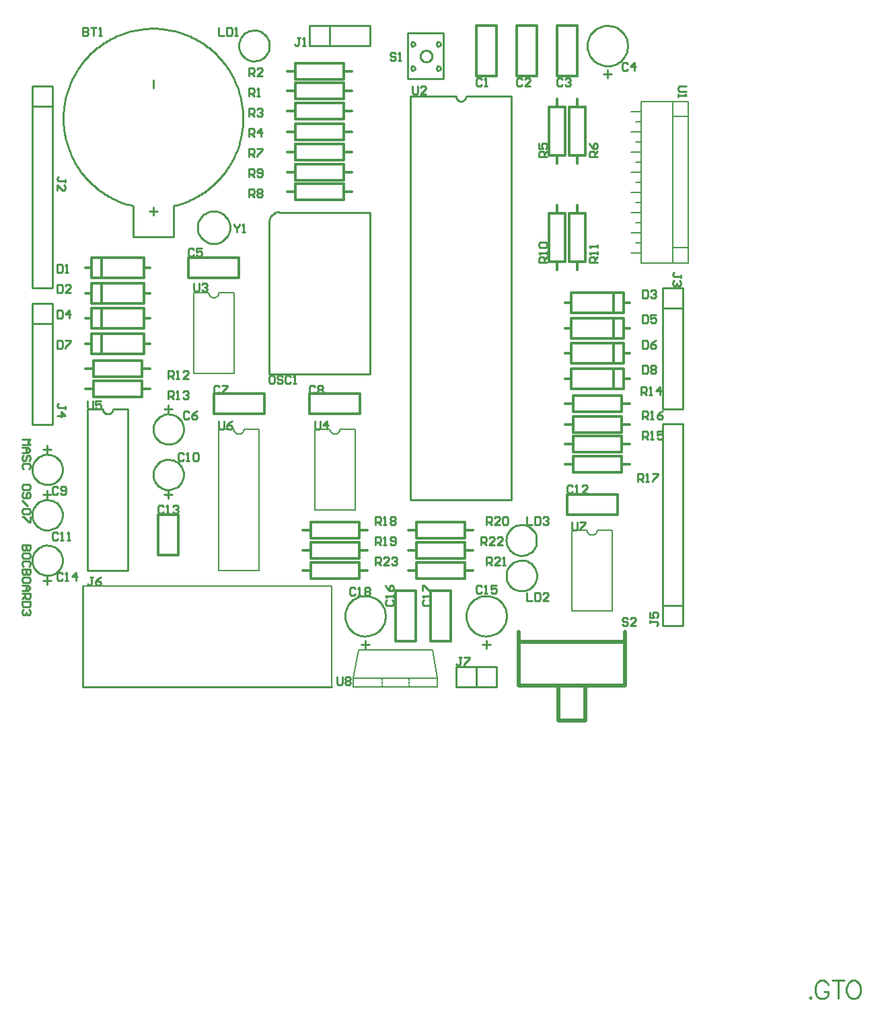
<source format=gto>
%FSLAX43Y43*%
%MOMM*%
G71*
G01*
G75*
%ADD10C,0.254*%
%ADD11C,0.203*%
%ADD12C,0.305*%
%ADD13C,0.508*%
%ADD14C,0.762*%
%ADD15C,0.381*%
%ADD16C,1.016*%
%ADD17C,0.229*%
%ADD18C,1.270*%
%ADD19R,1.270X1.270*%
%ADD20C,1.575*%
%ADD21C,1.905*%
%ADD22C,1.778*%
%ADD23P,1.575X8X0*%
%ADD24C,3.556*%
%ADD25R,1.575X1.575*%
%ADD26C,3.810*%
%ADD27C,0.200*%
D10*
X202736Y236661D02*
X202982Y236721D01*
X203227Y236786D01*
X203471Y236856D01*
X203713Y236932D01*
X203953Y237014D01*
X204191Y237101D01*
X204427Y237193D01*
X204661Y237290D01*
X204893Y237393D01*
X205122Y237500D01*
X205349Y237613D01*
X205574Y237731D01*
X205796Y237854D01*
X206014Y237982D01*
X206230Y238115D01*
X206443Y238252D01*
X206653Y238395D01*
X206860Y238542D01*
X207063Y238693D01*
X207263Y238849D01*
X207459Y239010D01*
X207651Y239175D01*
X207840Y239344D01*
X208025Y239517D01*
X208206Y239695D01*
X208383Y239876D01*
X208556Y240062D01*
X208725Y240251D01*
X208889Y240444D01*
X209049Y240641D01*
X209205Y240841D01*
X209356Y241044D01*
X209502Y241251D01*
X209644Y241461D01*
X209781Y241675D01*
X209913Y241891D01*
X210041Y242110D01*
X210163Y242332D01*
X210281Y242557D01*
X210393Y242784D01*
X210500Y243014D01*
X210602Y243246D01*
X210699Y243480D01*
X210790Y243717D01*
X210876Y243955D01*
X210957Y244196D01*
X211033Y244438D01*
X211103Y244681D01*
X211167Y244926D01*
X211226Y245173D01*
X211279Y245421D01*
X211327Y245670D01*
X211369Y245920D01*
X211406Y246171D01*
X211437Y246422D01*
X211462Y246675D01*
X211482Y246927D01*
X211496Y247180D01*
X211504Y247434D01*
X211507Y247687D01*
X211504Y247941D01*
X211495Y248194D01*
X211481Y248447D01*
X211461Y248700D01*
X211435Y248952D01*
X211403Y249204D01*
X211366Y249455D01*
X211324Y249704D01*
X211275Y249953D01*
X211222Y250201D01*
X211162Y250448D01*
X211097Y250693D01*
X211027Y250936D01*
X210951Y251178D01*
X210870Y251418D01*
X210783Y251657D01*
X210692Y251893D01*
X210594Y252127D01*
X210492Y252359D01*
X210384Y252588D01*
X210272Y252816D01*
X210154Y253040D01*
X210031Y253262D01*
X209904Y253481D01*
X209771Y253697D01*
X209634Y253910D01*
X209491Y254120D01*
X209345Y254327D01*
X209193Y254530D01*
X209037Y254730D01*
X208877Y254926D01*
X208712Y255119D01*
X208543Y255308D01*
X208370Y255493D01*
X208193Y255674D01*
X208011Y255851D01*
X207826Y256024D01*
X207637Y256193D01*
X207444Y256358D01*
X207248Y256518D01*
X207048Y256674D01*
X206844Y256825D01*
X206637Y256972D01*
X206427Y257113D01*
X206214Y257251D01*
X205998Y257383D01*
X205779Y257511D01*
X205557Y257633D01*
X205332Y257751D01*
X205105Y257863D01*
X204875Y257971D01*
X204643Y258073D01*
X204409Y258170D01*
X204173Y258261D01*
X203934Y258348D01*
X203694Y258429D01*
X203452Y258504D01*
X203209Y258574D01*
X202963Y258639D01*
X202717Y258698D01*
X202469Y258752D01*
X202220Y258800D01*
X201970Y258842D01*
X201719Y258879D01*
X201468Y258910D01*
X201216Y258936D01*
X200963Y258956D01*
X200710Y258970D01*
X200456Y258978D01*
X200203Y258981D01*
X199950Y258978D01*
X199696Y258970D01*
X199443Y258956D01*
X199191Y258936D01*
X198939Y258910D01*
X198687Y258879D01*
X198436Y258842D01*
X198186Y258800D01*
X197938Y258752D01*
X197690Y258698D01*
X197443Y258639D01*
X197198Y258575D01*
X196955Y258505D01*
X196713Y258429D01*
X196473Y258348D01*
X196234Y258262D01*
X195998Y258170D01*
X195764Y258073D01*
X195532Y257971D01*
X195302Y257864D01*
X195075Y257751D01*
X194851Y257634D01*
X194629Y257511D01*
X194410Y257384D01*
X194194Y257252D01*
X193981Y257114D01*
X193771Y256973D01*
X193564Y256826D01*
X193360Y256675D01*
X193160Y256519D01*
X192964Y256359D01*
X192771Y256195D01*
X192582Y256026D01*
X192397Y255853D01*
X192215Y255676D01*
X192038Y255495D01*
X191865Y255310D01*
X191696Y255121D01*
X191531Y254928D01*
X191371Y254732D01*
X191215Y254532D01*
X191063Y254329D01*
X190917Y254122D01*
X190774Y253912D01*
X190637Y253700D01*
X190504Y253484D01*
X190377Y253265D01*
X190254Y253043D01*
X190136Y252819D01*
X190023Y252592D01*
X189916Y252362D01*
X189813Y252130D01*
X189716Y251896D01*
X189624Y251660D01*
X189538Y251422D01*
X189456Y251182D01*
X189380Y250940D01*
X189310Y250697D01*
X189245Y250452D01*
X189186Y250205D01*
X189132Y249958D01*
X189083Y249709D01*
X189041Y249459D01*
X189004Y249208D01*
X188972Y248957D01*
X188946Y248705D01*
X188926Y248452D01*
X188911Y248199D01*
X188903Y247946D01*
X188899Y247692D01*
X188902Y247439D01*
X188910Y247186D01*
X188924Y246932D01*
X188944Y246680D01*
X188969Y246428D01*
X189000Y246176D01*
X189036Y245925D01*
X189078Y245675D01*
X189126Y245426D01*
X189179Y245179D01*
X189238Y244932D01*
X189302Y244687D01*
X189372Y244443D01*
X189447Y244201D01*
X189528Y243961D01*
X189614Y243723D01*
X189705Y243486D01*
X189802Y243252D01*
X189904Y243020D01*
X190011Y242790D01*
X190123Y242563D01*
X190240Y242338D01*
X190362Y242116D01*
X190489Y241897D01*
X190621Y241681D01*
X190758Y241467D01*
X190900Y241257D01*
X191046Y241050D01*
X191197Y240846D01*
X191353Y240646D01*
X191512Y240450D01*
X191677Y240257D01*
X191845Y240067D01*
X192018Y239882D01*
X192195Y239700D01*
X192376Y239523D01*
X192560Y239349D01*
X192749Y239180D01*
X192941Y239015D01*
X193137Y238854D01*
X193337Y238698D01*
X193540Y238547D01*
X193746Y238399D01*
X193956Y238257D01*
X194169Y238119D01*
X194385Y237986D01*
X194603Y237858D01*
X194825Y237735D01*
X195049Y237617D01*
X195276Y237504D01*
X195505Y237396D01*
X195737Y237294D01*
X195971Y237196D01*
X196207Y237104D01*
X196445Y237017D01*
X196685Y236935D01*
X196927Y236859D01*
X197170Y236788D01*
X197415Y236723D01*
X197661Y236663D01*
X236380Y257020D02*
X236273Y257242D01*
X236033Y257297D01*
X235840Y257143D01*
Y256897D01*
X236033Y256743D01*
X236273Y256798D01*
X236380Y257020D01*
Y253972D02*
X236273Y254194D01*
X236033Y254249D01*
X235840Y254095D01*
Y253849D01*
X236033Y253695D01*
X236273Y253750D01*
X236380Y253972D01*
X233205Y257020D02*
X233098Y257242D01*
X232858Y257297D01*
X232665Y257143D01*
Y256897D01*
X232858Y256743D01*
X233098Y256798D01*
X233205Y257020D01*
Y253972D02*
X233098Y254194D01*
X232858Y254249D01*
X232665Y254095D01*
Y253849D01*
X232858Y253695D01*
X233098Y253750D01*
X233205Y253972D01*
X235312Y255496D02*
X235268Y255749D01*
X235139Y255972D01*
X234942Y256138D01*
X234700Y256226D01*
X234443D01*
X234202Y256138D01*
X234005Y255972D01*
X233876Y255749D01*
X233831Y255496D01*
X233876Y255243D01*
X234005Y255020D01*
X234202Y254855D01*
X234443Y254767D01*
X234700D01*
X234942Y254855D01*
X235139Y255020D01*
X235268Y255243D01*
X235312Y255496D01*
X216101Y235902D02*
X215844Y235876D01*
X215596Y235801D01*
X215368Y235679D01*
X215167Y235515D01*
X215003Y235315D01*
X214881Y235086D01*
X214806Y234839D01*
X214781Y234581D01*
X193873Y211105D02*
X193921Y210862D01*
X194059Y210656D01*
X194265Y210519D01*
X194508Y210470D01*
X194751Y210519D01*
X194957Y210656D01*
X195094Y210862D01*
X195143Y211105D01*
X238326Y250456D02*
X238375Y250213D01*
X238512Y250007D01*
X238718Y249869D01*
X238961Y249821D01*
X239204Y249869D01*
X239410Y250007D01*
X239548Y250213D01*
X239596Y250456D01*
X188785Y192044D02*
X188768Y192298D01*
X188717Y192547D01*
X188634Y192788D01*
X188519Y193015D01*
X188375Y193224D01*
X188204Y193413D01*
X188010Y193577D01*
X187795Y193714D01*
X187564Y193822D01*
X187321Y193897D01*
X187070Y193939D01*
X186816Y193948D01*
X186563Y193922D01*
X186315Y193863D01*
X186078Y193772D01*
X185855Y193650D01*
X185650Y193499D01*
X185467Y193322D01*
X185309Y193122D01*
X185180Y192903D01*
X185080Y192669D01*
X185013Y192423D01*
X184979Y192171D01*
Y191917D01*
X185013Y191664D01*
X185080Y191419D01*
X185180Y191185D01*
X185309Y190966D01*
X185467Y190766D01*
X185650Y190589D01*
X185855Y190438D01*
X186078Y190316D01*
X186315Y190224D01*
X186563Y190165D01*
X186816Y190140D01*
X187070Y190148D01*
X187321Y190191D01*
X187564Y190266D01*
X187795Y190373D01*
X188010Y190510D01*
X188204Y190674D01*
X188375Y190863D01*
X188519Y191073D01*
X188634Y191300D01*
X188717Y191541D01*
X188768Y191790D01*
X188785Y192044D01*
X204025Y202839D02*
X204008Y203093D01*
X203957Y203342D01*
X203874Y203583D01*
X203759Y203810D01*
X203615Y204019D01*
X203444Y204208D01*
X203250Y204372D01*
X203035Y204509D01*
X202804Y204617D01*
X202561Y204692D01*
X202310Y204734D01*
X202056Y204743D01*
X201803Y204717D01*
X201555Y204658D01*
X201318Y204567D01*
X201095Y204445D01*
X200890Y204294D01*
X200707Y204117D01*
X200549Y203917D01*
X200420Y203698D01*
X200320Y203464D01*
X200253Y203218D01*
X200219Y202966D01*
Y202712D01*
X200253Y202459D01*
X200320Y202214D01*
X200420Y201980D01*
X200549Y201761D01*
X200707Y201561D01*
X200890Y201384D01*
X201095Y201233D01*
X201318Y201111D01*
X201555Y201019D01*
X201803Y200960D01*
X202056Y200935D01*
X202310Y200943D01*
X202561Y200986D01*
X202804Y201061D01*
X203035Y201168D01*
X203250Y201305D01*
X203444Y201469D01*
X203615Y201658D01*
X203759Y201868D01*
X203874Y202095D01*
X203957Y202336D01*
X204008Y202585D01*
X204025Y202839D01*
X188785Y197759D02*
X188768Y198013D01*
X188717Y198262D01*
X188634Y198503D01*
X188519Y198730D01*
X188375Y198939D01*
X188204Y199128D01*
X188010Y199292D01*
X187795Y199429D01*
X187564Y199537D01*
X187321Y199612D01*
X187070Y199654D01*
X186816Y199663D01*
X186563Y199637D01*
X186315Y199578D01*
X186078Y199487D01*
X185855Y199365D01*
X185650Y199214D01*
X185467Y199037D01*
X185309Y198837D01*
X185180Y198618D01*
X185080Y198384D01*
X185013Y198138D01*
X184979Y197886D01*
Y197632D01*
X185013Y197379D01*
X185080Y197134D01*
X185180Y196900D01*
X185309Y196681D01*
X185467Y196481D01*
X185650Y196304D01*
X185855Y196153D01*
X186078Y196031D01*
X186315Y195939D01*
X186563Y195880D01*
X186816Y195855D01*
X187070Y195863D01*
X187321Y195906D01*
X187564Y195981D01*
X187795Y196088D01*
X188010Y196225D01*
X188204Y196389D01*
X188375Y196578D01*
X188519Y196788D01*
X188634Y197015D01*
X188717Y197256D01*
X188768Y197505D01*
X188785Y197759D01*
X204025Y208554D02*
X204008Y208808D01*
X203957Y209057D01*
X203874Y209298D01*
X203759Y209525D01*
X203615Y209734D01*
X203444Y209923D01*
X203250Y210087D01*
X203035Y210224D01*
X202804Y210332D01*
X202561Y210407D01*
X202310Y210449D01*
X202056Y210458D01*
X201803Y210432D01*
X201555Y210373D01*
X201318Y210282D01*
X201095Y210160D01*
X200890Y210009D01*
X200707Y209832D01*
X200549Y209632D01*
X200420Y209413D01*
X200320Y209179D01*
X200253Y208933D01*
X200219Y208681D01*
Y208427D01*
X200253Y208174D01*
X200320Y207929D01*
X200420Y207695D01*
X200549Y207476D01*
X200707Y207276D01*
X200890Y207099D01*
X201095Y206948D01*
X201318Y206826D01*
X201555Y206734D01*
X201803Y206675D01*
X202056Y206650D01*
X202310Y206658D01*
X202561Y206701D01*
X202804Y206776D01*
X203035Y206883D01*
X203250Y207020D01*
X203444Y207184D01*
X203615Y207373D01*
X203759Y207583D01*
X203874Y207810D01*
X203957Y208051D01*
X204008Y208300D01*
X204025Y208554D01*
X188785Y203474D02*
X188768Y203728D01*
X188717Y203977D01*
X188634Y204218D01*
X188519Y204445D01*
X188375Y204654D01*
X188204Y204843D01*
X188010Y205007D01*
X187795Y205144D01*
X187564Y205252D01*
X187321Y205327D01*
X187070Y205369D01*
X186816Y205378D01*
X186563Y205352D01*
X186315Y205293D01*
X186078Y205202D01*
X185855Y205080D01*
X185650Y204929D01*
X185467Y204752D01*
X185309Y204552D01*
X185180Y204333D01*
X185080Y204099D01*
X185013Y203853D01*
X184979Y203601D01*
Y203347D01*
X185013Y203094D01*
X185080Y202849D01*
X185180Y202615D01*
X185309Y202396D01*
X185467Y202196D01*
X185650Y202019D01*
X185855Y201868D01*
X186078Y201746D01*
X186315Y201654D01*
X186563Y201595D01*
X186816Y201570D01*
X187070Y201578D01*
X187321Y201621D01*
X187564Y201696D01*
X187795Y201803D01*
X188010Y201940D01*
X188204Y202104D01*
X188375Y202293D01*
X188519Y202503D01*
X188634Y202730D01*
X188717Y202971D01*
X188768Y203220D01*
X188785Y203474D01*
X259916Y256806D02*
X259904Y257059D01*
X259866Y257309D01*
X259804Y257555D01*
X259717Y257793D01*
X259607Y258021D01*
X259475Y258237D01*
X259322Y258439D01*
X259150Y258624D01*
X258960Y258792D01*
X258754Y258940D01*
X258535Y259066D01*
X258304Y259170D01*
X258064Y259251D01*
X257817Y259307D01*
X257566Y259339D01*
X257313Y259345D01*
X257061Y259326D01*
X256811Y259282D01*
X256567Y259214D01*
X256332Y259121D01*
X256106Y259006D01*
X255894Y258868D01*
X255696Y258710D01*
X255514Y258534D01*
X255352Y258340D01*
X255209Y258130D01*
X255088Y257908D01*
X254990Y257675D01*
X254915Y257433D01*
X254865Y257185D01*
X254840Y256933D01*
Y256679D01*
X254865Y256427D01*
X254915Y256179D01*
X254990Y255937D01*
X255088Y255704D01*
X255209Y255482D01*
X255352Y255272D01*
X255514Y255078D01*
X255696Y254902D01*
X255894Y254744D01*
X256106Y254606D01*
X256332Y254491D01*
X256567Y254398D01*
X256811Y254330D01*
X257061Y254286D01*
X257313Y254267D01*
X257566Y254273D01*
X257817Y254305D01*
X258064Y254361D01*
X258304Y254442D01*
X258535Y254546D01*
X258754Y254672D01*
X258960Y254820D01*
X259150Y254988D01*
X259322Y255173D01*
X259475Y255375D01*
X259607Y255591D01*
X259717Y255819D01*
X259804Y256057D01*
X259866Y256303D01*
X259904Y256553D01*
X259916Y256806D01*
X229436Y185051D02*
X229424Y185304D01*
X229386Y185554D01*
X229324Y185800D01*
X229237Y186038D01*
X229127Y186266D01*
X228995Y186482D01*
X228842Y186684D01*
X228670Y186869D01*
X228480Y187037D01*
X228274Y187185D01*
X228055Y187311D01*
X227824Y187415D01*
X227584Y187496D01*
X227337Y187552D01*
X227086Y187584D01*
X226833Y187590D01*
X226581Y187571D01*
X226331Y187527D01*
X226087Y187459D01*
X225852Y187366D01*
X225626Y187251D01*
X225414Y187113D01*
X225216Y186955D01*
X225034Y186779D01*
X224872Y186585D01*
X224729Y186375D01*
X224608Y186153D01*
X224510Y185920D01*
X224435Y185678D01*
X224385Y185430D01*
X224360Y185178D01*
Y184924D01*
X224385Y184672D01*
X224435Y184424D01*
X224510Y184182D01*
X224608Y183949D01*
X224729Y183727D01*
X224872Y183517D01*
X225034Y183323D01*
X225216Y183147D01*
X225414Y182989D01*
X225626Y182851D01*
X225852Y182736D01*
X226087Y182643D01*
X226331Y182575D01*
X226581Y182531D01*
X226833Y182512D01*
X227086Y182518D01*
X227337Y182550D01*
X227584Y182606D01*
X227824Y182687D01*
X228055Y182791D01*
X228274Y182917D01*
X228480Y183065D01*
X228670Y183233D01*
X228842Y183418D01*
X228995Y183620D01*
X229127Y183836D01*
X229237Y184064D01*
X229324Y184302D01*
X229386Y184548D01*
X229424Y184798D01*
X229436Y185051D01*
X244676D02*
X244664Y185304D01*
X244626Y185554D01*
X244564Y185800D01*
X244477Y186038D01*
X244367Y186266D01*
X244235Y186482D01*
X244082Y186684D01*
X243910Y186869D01*
X243720Y187037D01*
X243514Y187185D01*
X243295Y187311D01*
X243064Y187415D01*
X242824Y187496D01*
X242577Y187552D01*
X242326Y187584D01*
X242073Y187590D01*
X241821Y187571D01*
X241571Y187527D01*
X241327Y187459D01*
X241092Y187366D01*
X240866Y187251D01*
X240654Y187113D01*
X240456Y186955D01*
X240274Y186779D01*
X240112Y186585D01*
X239969Y186375D01*
X239848Y186153D01*
X239750Y185920D01*
X239675Y185678D01*
X239625Y185430D01*
X239600Y185178D01*
Y184924D01*
X239625Y184672D01*
X239675Y184424D01*
X239750Y184182D01*
X239848Y183949D01*
X239969Y183727D01*
X240112Y183517D01*
X240274Y183323D01*
X240456Y183147D01*
X240654Y182989D01*
X240866Y182851D01*
X241092Y182736D01*
X241327Y182643D01*
X241571Y182575D01*
X241821Y182531D01*
X242073Y182512D01*
X242326Y182518D01*
X242577Y182550D01*
X242824Y182606D01*
X243064Y182687D01*
X243295Y182791D01*
X243514Y182917D01*
X243720Y183065D01*
X243910Y183233D01*
X244082Y183418D01*
X244235Y183620D01*
X244367Y183836D01*
X244477Y184064D01*
X244564Y184302D01*
X244626Y184548D01*
X244664Y184798D01*
X244676Y185051D01*
X209867Y233954D02*
X209851Y234208D01*
X209803Y234459D01*
X209724Y234702D01*
X209615Y234933D01*
X209479Y235148D01*
X209316Y235345D01*
X209130Y235520D01*
X208924Y235669D01*
X208700Y235792D01*
X208463Y235886D01*
X208216Y235950D01*
X207962Y235982D01*
X207707D01*
X207454Y235950D01*
X207207Y235886D01*
X206970Y235792D01*
X206746Y235669D01*
X206540Y235520D01*
X206354Y235345D01*
X206191Y235148D01*
X206054Y234933D01*
X205945Y234702D01*
X205867Y234459D01*
X205819Y234208D01*
X205803Y233954D01*
X205819Y233699D01*
X205867Y233448D01*
X205945Y233206D01*
X206054Y232975D01*
X206191Y232759D01*
X206354Y232563D01*
X206540Y232388D01*
X206746Y232238D01*
X206970Y232115D01*
X207207Y232021D01*
X207454Y231958D01*
X207707Y231926D01*
X207962D01*
X208216Y231958D01*
X208463Y232021D01*
X208700Y232115D01*
X208924Y232238D01*
X209130Y232388D01*
X209316Y232563D01*
X209479Y232759D01*
X209615Y232975D01*
X209724Y233206D01*
X209803Y233448D01*
X209851Y233699D01*
X209867Y233954D01*
X214758Y257437D02*
X214659Y257677D01*
X214530Y257902D01*
X214371Y258108D01*
X214186Y258290D01*
X213979Y258446D01*
X213752Y258573D01*
X213511Y258668D01*
X213259Y258730D01*
X213001Y258758D01*
X212742Y258751D01*
X212485Y258710D01*
X212237Y258634D01*
X212001Y258526D01*
X211782Y258388D01*
X211583Y258221D01*
X211408Y258029D01*
X211261Y257815D01*
X211143Y257584D01*
X211057Y257339D01*
X211006Y257084D01*
X210988Y256825D01*
X211005Y256571D01*
X211055Y256320D01*
X211138Y256079D01*
X211252Y255850D01*
X211395Y255639D01*
X211565Y255448D01*
X211758Y255281D01*
X211972Y255141D01*
X212202Y255030D01*
X212445Y254951D01*
X212696Y254904D01*
X212951Y254891D01*
X213205Y254912D01*
X213455Y254966D01*
X213695Y255052D01*
X213922Y255169D01*
X214132Y255315D01*
X214320Y255488D01*
X214484Y255684D01*
X214621Y255899D01*
X214728Y256131D01*
X244643Y194595D02*
X244660Y194341D01*
X244710Y194090D01*
X244793Y193849D01*
X244907Y193620D01*
X245050Y193409D01*
X245220Y193218D01*
X245413Y193051D01*
X245627Y192911D01*
X245857Y192800D01*
X246100Y192721D01*
X246351Y192674D01*
X246606Y192661D01*
X246860Y192682D01*
X247110Y192736D01*
X247350Y192822D01*
X247577Y192939D01*
X247787Y193085D01*
X247975Y193258D01*
X248139Y193454D01*
X248276Y193669D01*
X248383Y193901D01*
X248413Y195207D02*
X248314Y195447D01*
X248185Y195672D01*
X248026Y195878D01*
X247841Y196060D01*
X247634Y196216D01*
X247407Y196343D01*
X247166Y196438D01*
X246914Y196500D01*
X246656Y196528D01*
X246396Y196521D01*
X246140Y196480D01*
X245892Y196404D01*
X245656Y196296D01*
X245437Y196158D01*
X245238Y195991D01*
X245063Y195799D01*
X244916Y195585D01*
X244798Y195354D01*
X244712Y195109D01*
X244661Y194854D01*
X244643Y194595D01*
X244727Y189516D02*
X244825Y189275D01*
X244955Y189050D01*
X245114Y188845D01*
X245298Y188663D01*
X245506Y188507D01*
X245732Y188380D01*
X245974Y188284D01*
X246226Y188222D01*
X246484Y188194D01*
X246743Y188201D01*
X246999Y188243D01*
X247248Y188318D01*
X247484Y188426D01*
X247703Y188565D01*
X247902Y188732D01*
X248077Y188924D01*
X248224Y189137D01*
X248342Y189369D01*
X248427Y189614D01*
X248479Y189868D01*
X248496Y190127D01*
X248480Y190382D01*
X248429Y190632D01*
X248346Y190874D01*
X248232Y191103D01*
X248089Y191314D01*
X247920Y191505D01*
X247726Y191672D01*
X247513Y191812D01*
X247283Y191922D01*
X247040Y192002D01*
X246789Y192048D01*
X246534Y192061D01*
X246279Y192041D01*
X246030Y191987D01*
X245789Y191901D01*
X245562Y191783D01*
X245353Y191637D01*
X245165Y191465D01*
X245001Y191269D01*
X244864Y191053D01*
X244757Y190822D01*
X264361Y223786D02*
X266901D01*
X264361Y226326D02*
X266901D01*
Y211086D02*
Y226326D01*
X264361Y211086D02*
X266901D01*
X264361D02*
Y226326D01*
X184986Y209181D02*
Y224421D01*
Y209181D02*
X187526D01*
Y224421D01*
X184986D02*
X187526D01*
X184986Y221881D02*
X187526D01*
X197663Y232768D02*
X200203D01*
X202743D01*
X197661Y236663D02*
X197663Y232768D01*
X202736Y236661D02*
X202743Y232768D01*
X232263Y252647D02*
X236731D01*
X232263Y258417D02*
X236731D01*
X232263Y252647D02*
Y258417D01*
X236731Y252647D02*
Y258417D01*
X216101Y235851D02*
X227531D01*
X214831Y215531D02*
X227531D01*
X214831D02*
Y234581D01*
X227531Y215531D02*
Y235851D01*
X191968Y211105D02*
X193873D01*
X195143D02*
X197048D01*
Y190785D02*
Y211105D01*
X191968Y190785D02*
X197048D01*
X191968D02*
Y211105D01*
X232611Y250456D02*
X238326D01*
X239596D02*
X245311D01*
Y199656D02*
Y250456D01*
X232611Y199656D02*
X245311D01*
X232611D02*
Y250456D01*
X240847Y176157D02*
Y178697D01*
X243387Y176157D02*
Y178697D01*
X238307Y176157D02*
X243387D01*
X238307D02*
Y178697D01*
X243387D01*
X219908Y256825D02*
X227528D01*
Y259365D01*
X219908D02*
X227528D01*
X219908Y256825D02*
Y259365D01*
X222448Y256825D02*
Y259365D01*
X264338Y186337D02*
X266878D01*
X264338Y183797D02*
X266878D01*
X264338D02*
Y209197D01*
X266878D01*
Y183797D02*
Y209197D01*
X184986Y226326D02*
Y251726D01*
Y226326D02*
X187526D01*
Y251726D01*
X184986D02*
X187526D01*
X184986Y249186D02*
X187526D01*
X191317Y176157D02*
X222711D01*
X191317D02*
Y188857D01*
X186372Y189504D02*
X187388D01*
X186880Y188996D02*
Y190012D01*
X202120Y199791D02*
Y200807D01*
X201612Y200299D02*
X202628D01*
X186372D02*
X187388D01*
X186880Y199791D02*
Y200807D01*
X202120Y210586D02*
Y211602D01*
X201612Y211094D02*
X202628D01*
X186372Y206014D02*
X187388D01*
X186880Y205506D02*
Y206522D01*
X256868Y253250D02*
X257884D01*
X257376Y252742D02*
Y253758D01*
X226896Y180987D02*
Y182003D01*
X226388Y181495D02*
X227404D01*
X241628D02*
X242644D01*
X242136Y180987D02*
Y182003D01*
X214758Y256161D02*
Y257437D01*
X248413Y193931D02*
Y195207D01*
X244727Y189516D02*
Y190792D01*
X205337Y231156D02*
X205168Y231326D01*
X204829D01*
X204660Y231156D01*
Y230479D01*
X204829Y230310D01*
X205168D01*
X205337Y230479D01*
X206353Y231326D02*
X205675D01*
Y230818D01*
X206014Y230987D01*
X206183D01*
X206353Y230818D01*
Y230479D01*
X206183Y230310D01*
X205845D01*
X205675Y230479D01*
X210375Y234334D02*
Y234165D01*
X210713Y233827D01*
X211052Y234165D01*
Y234334D01*
X210713Y233827D02*
Y233319D01*
X211390D02*
X211729D01*
X211560D01*
Y234334D01*
X211390Y234165D01*
X261175Y201913D02*
Y202928D01*
X261683D01*
X261852Y202759D01*
Y202421D01*
X261683Y202251D01*
X261175D01*
X261513D02*
X261852Y201913D01*
X262190D02*
X262529D01*
X262360D01*
Y202928D01*
X262190Y202759D01*
X263037Y202928D02*
X263714D01*
Y202759D01*
X263037Y202082D01*
Y201913D01*
X212280Y253004D02*
Y254019D01*
X212788D01*
X212957Y253850D01*
Y253512D01*
X212788Y253342D01*
X212280D01*
X212618D02*
X212957Y253004D01*
X213973D02*
X213295D01*
X213973Y253681D01*
Y253850D01*
X213803Y254019D01*
X213465D01*
X213295Y253850D01*
X212280Y247924D02*
Y248939D01*
X212788D01*
X212957Y248770D01*
Y248432D01*
X212788Y248262D01*
X212280D01*
X212618D02*
X212957Y247924D01*
X213295Y248770D02*
X213465Y248939D01*
X213803D01*
X213973Y248770D01*
Y248601D01*
X213803Y248432D01*
X213634D01*
X213803D01*
X213973Y248262D01*
Y248093D01*
X213803Y247924D01*
X213465D01*
X213295Y248093D01*
X218672Y257829D02*
X218333D01*
X218503D01*
Y256983D01*
X218333Y256814D01*
X218164D01*
X217995Y256983D01*
X219010Y256814D02*
X219349D01*
X219180D01*
Y257829D01*
X219010Y257660D01*
X232854Y251733D02*
Y250887D01*
X233023Y250718D01*
X233362D01*
X233531Y250887D01*
Y251733D01*
X234547Y250718D02*
X233869D01*
X234547Y251395D01*
Y251564D01*
X234377Y251733D01*
X234039D01*
X233869Y251564D01*
X212280Y240304D02*
Y241319D01*
X212788D01*
X212957Y241150D01*
Y240812D01*
X212788Y240642D01*
X212280D01*
X212618D02*
X212957Y240304D01*
X213295Y240473D02*
X213465Y240304D01*
X213803D01*
X213973Y240473D01*
Y241150D01*
X213803Y241319D01*
X213465D01*
X213295Y241150D01*
Y240981D01*
X213465Y240812D01*
X213973D01*
X212280Y245384D02*
Y246399D01*
X212788D01*
X212957Y246230D01*
Y245892D01*
X212788Y245722D01*
X212280D01*
X212618D02*
X212957Y245384D01*
X213803D02*
Y246399D01*
X213295Y245892D01*
X213973D01*
X241532Y252580D02*
X241363Y252749D01*
X241024D01*
X240855Y252580D01*
Y251903D01*
X241024Y251734D01*
X241363D01*
X241532Y251903D01*
X241870Y251734D02*
X242209D01*
X242040D01*
Y252749D01*
X241870Y252580D01*
X261810Y209824D02*
Y210839D01*
X262318D01*
X262487Y210670D01*
Y210332D01*
X262318Y210162D01*
X261810D01*
X262148D02*
X262487Y209824D01*
X262825D02*
X263164D01*
X262995D01*
Y210839D01*
X262825Y210670D01*
X264349Y210839D02*
X264010Y210670D01*
X263672Y210332D01*
Y209993D01*
X263841Y209824D01*
X264180D01*
X264349Y209993D01*
Y210162D01*
X264180Y210332D01*
X263672D01*
X212280Y242844D02*
Y243859D01*
X212788D01*
X212957Y243690D01*
Y243352D01*
X212788Y243182D01*
X212280D01*
X212618D02*
X212957Y242844D01*
X213295Y243859D02*
X213973D01*
Y243690D01*
X213295Y243013D01*
Y242844D01*
X229637Y187006D02*
X229468Y186837D01*
Y186498D01*
X229637Y186329D01*
X230314D01*
X230484Y186498D01*
Y186837D01*
X230314Y187006D01*
X230484Y187344D02*
Y187683D01*
Y187514D01*
X229468D01*
X229637Y187344D01*
X229468Y188868D02*
X229637Y188529D01*
X229976Y188191D01*
X230314D01*
X230484Y188360D01*
Y188699D01*
X230314Y188868D01*
X230145D01*
X229976Y188699D01*
Y188191D01*
X249745Y242844D02*
X248729D01*
Y243352D01*
X248898Y243521D01*
X249237D01*
X249406Y243352D01*
Y242844D01*
Y243182D02*
X249745Y243521D01*
X248729Y244537D02*
Y243859D01*
X249237D01*
X249068Y244198D01*
Y244367D01*
X249237Y244537D01*
X249575D01*
X249745Y244367D01*
Y244029D01*
X249575Y243859D01*
X256095Y242844D02*
X255079D01*
Y243352D01*
X255248Y243521D01*
X255587D01*
X255756Y243352D01*
Y242844D01*
Y243182D02*
X256095Y243521D01*
X255079Y244537D02*
X255248Y244198D01*
X255587Y243859D01*
X255925D01*
X256095Y244029D01*
Y244367D01*
X255925Y244537D01*
X255756D01*
X255587Y244367D01*
Y243859D01*
X267270Y251734D02*
X266424D01*
X266255Y251565D01*
Y251226D01*
X266424Y251057D01*
X267270D01*
X266255Y250718D02*
Y250380D01*
Y250549D01*
X267270D01*
X267101Y250718D01*
X192637Y189884D02*
X192298D01*
X192468D01*
Y189038D01*
X192298Y188869D01*
X192129D01*
X191960Y189038D01*
X193653Y189884D02*
X193314Y189715D01*
X192975Y189377D01*
Y189038D01*
X193145Y188869D01*
X193483D01*
X193653Y189038D01*
Y189207D01*
X193483Y189377D01*
X192975D01*
X241532Y188713D02*
X241363Y188882D01*
X241024D01*
X240855Y188713D01*
Y188036D01*
X241024Y187867D01*
X241363D01*
X241532Y188036D01*
X241870Y187867D02*
X242209D01*
X242040D01*
Y188882D01*
X241870Y188713D01*
X243394Y188882D02*
X242717D01*
Y188374D01*
X243055Y188544D01*
X243225D01*
X243394Y188374D01*
Y188036D01*
X243225Y187867D01*
X242886D01*
X242717Y188036D01*
X234293Y187006D02*
X234124Y186837D01*
Y186498D01*
X234293Y186329D01*
X234970D01*
X235140Y186498D01*
Y186837D01*
X234970Y187006D01*
X235140Y187344D02*
Y187683D01*
Y187514D01*
X234124D01*
X234293Y187344D01*
X234124Y188191D02*
Y188868D01*
X234293D01*
X234970Y188191D01*
X235140D01*
X225657Y188445D02*
X225488Y188614D01*
X225149D01*
X224980Y188445D01*
Y187768D01*
X225149Y187599D01*
X225488D01*
X225657Y187768D01*
X225995Y187599D02*
X226334D01*
X226165D01*
Y188614D01*
X225995Y188445D01*
X226842D02*
X227011Y188614D01*
X227350D01*
X227519Y188445D01*
Y188276D01*
X227350Y188107D01*
X227519Y187937D01*
Y187768D01*
X227350Y187599D01*
X227011D01*
X226842Y187768D01*
Y187937D01*
X227011Y188107D01*
X226842Y188276D01*
Y188445D01*
X227011Y188107D02*
X227350D01*
X261599Y212859D02*
Y213875D01*
X262107D01*
X262276Y213706D01*
Y213367D01*
X262107Y213198D01*
X261599D01*
X261937D02*
X262276Y212859D01*
X262614D02*
X262953D01*
X262784D01*
Y213875D01*
X262614Y213706D01*
X263969Y212859D02*
Y213875D01*
X263461Y213367D01*
X264138D01*
X230737Y255755D02*
X230568Y255924D01*
X230229D01*
X230060Y255755D01*
Y255586D01*
X230229Y255417D01*
X230568D01*
X230737Y255247D01*
Y255078D01*
X230568Y254909D01*
X230229D01*
X230060Y255078D01*
X231075Y254909D02*
X231414D01*
X231245D01*
Y255924D01*
X231075Y255755D01*
X259947Y184635D02*
X259778Y184804D01*
X259439D01*
X259270Y184635D01*
Y184466D01*
X259439Y184297D01*
X259778D01*
X259947Y184127D01*
Y183958D01*
X259778Y183789D01*
X259439D01*
X259270Y183958D01*
X260963Y183789D02*
X260285D01*
X260963Y184466D01*
Y184635D01*
X260793Y184804D01*
X260455D01*
X260285Y184635D01*
X201527Y198848D02*
X201358Y199017D01*
X201019D01*
X200850Y198848D01*
Y198170D01*
X201019Y198001D01*
X201358D01*
X201527Y198170D01*
X201865Y198001D02*
X202204D01*
X202035D01*
Y199017D01*
X201865Y198848D01*
X202712D02*
X202881Y199017D01*
X203220D01*
X203389Y198848D01*
Y198678D01*
X203220Y198509D01*
X203050D01*
X203220D01*
X203389Y198340D01*
Y198170D01*
X203220Y198001D01*
X202881D01*
X202712Y198170D01*
X212280Y250464D02*
Y251479D01*
X212788D01*
X212957Y251310D01*
Y250972D01*
X212788Y250802D01*
X212280D01*
X212618D02*
X212957Y250464D01*
X213295D02*
X213634D01*
X213465D01*
Y251479D01*
X213295Y251310D01*
X246612Y252580D02*
X246443Y252749D01*
X246104D01*
X245935Y252580D01*
Y251903D01*
X246104Y251734D01*
X246443D01*
X246612Y251903D01*
X247628Y251734D02*
X246950D01*
X247628Y252411D01*
Y252580D01*
X247458Y252749D01*
X247120D01*
X246950Y252580D01*
X261810Y207284D02*
Y208299D01*
X262318D01*
X262487Y208130D01*
Y207792D01*
X262318Y207622D01*
X261810D01*
X262148D02*
X262487Y207284D01*
X262825D02*
X263164D01*
X262995D01*
Y208299D01*
X262825Y208130D01*
X264349Y208299D02*
X263672D01*
Y207792D01*
X264010Y207961D01*
X264180D01*
X264349Y207792D01*
Y207453D01*
X264180Y207284D01*
X263841D01*
X263672Y207453D01*
X188192Y201145D02*
X188023Y201314D01*
X187684D01*
X187515Y201145D01*
Y200468D01*
X187684Y200299D01*
X188023D01*
X188192Y200468D01*
X188530D02*
X188700Y200299D01*
X189038D01*
X189208Y200468D01*
Y201145D01*
X189038Y201314D01*
X188700D01*
X188530Y201145D01*
Y200976D01*
X188700Y200807D01*
X189208D01*
X202120Y214904D02*
Y215919D01*
X202628D01*
X202797Y215750D01*
Y215412D01*
X202628Y215242D01*
X202120D01*
X202458D02*
X202797Y214904D01*
X203135D02*
X203474D01*
X203305D01*
Y215919D01*
X203135Y215750D01*
X204659Y214904D02*
X203982D01*
X204659Y215581D01*
Y215750D01*
X204490Y215919D01*
X204151D01*
X203982Y215750D01*
X202120Y212364D02*
Y213379D01*
X202628D01*
X202797Y213210D01*
Y212872D01*
X202628Y212702D01*
X202120D01*
X202458D02*
X202797Y212364D01*
X203135D02*
X203474D01*
X203305D01*
Y213379D01*
X203135Y213210D01*
X203982D02*
X204151Y213379D01*
X204490D01*
X204659Y213210D01*
Y213041D01*
X204490Y212872D01*
X204320D01*
X204490D01*
X204659Y212702D01*
Y212533D01*
X204490Y212364D01*
X204151D01*
X203982Y212533D01*
X204702Y210670D02*
X204533Y210839D01*
X204194D01*
X204025Y210670D01*
Y209993D01*
X204194Y209824D01*
X204533D01*
X204702Y209993D01*
X205718Y210839D02*
X205379Y210670D01*
X205040Y210332D01*
Y209993D01*
X205210Y209824D01*
X205548D01*
X205718Y209993D01*
Y210162D01*
X205548Y210332D01*
X205040D01*
X188192Y195430D02*
X188023Y195599D01*
X187684D01*
X187515Y195430D01*
Y194753D01*
X187684Y194584D01*
X188023D01*
X188192Y194753D01*
X188530Y194584D02*
X188869D01*
X188700D01*
Y195599D01*
X188530Y195430D01*
X189377Y194584D02*
X189715D01*
X189546D01*
Y195599D01*
X189377Y195430D01*
X204067Y205426D02*
X203898Y205595D01*
X203559D01*
X203390Y205426D01*
Y204749D01*
X203559Y204580D01*
X203898D01*
X204067Y204749D01*
X204405Y204580D02*
X204744D01*
X204575D01*
Y205595D01*
X204405Y205426D01*
X205252D02*
X205421Y205595D01*
X205760D01*
X205929Y205426D01*
Y204749D01*
X205760Y204580D01*
X205421D01*
X205252Y204749D01*
Y205426D01*
X188827Y190350D02*
X188658Y190519D01*
X188319D01*
X188150Y190350D01*
Y189673D01*
X188319Y189504D01*
X188658D01*
X188827Y189673D01*
X189165Y189504D02*
X189504D01*
X189335D01*
Y190519D01*
X189165Y190350D01*
X190520Y189504D02*
Y190519D01*
X190012Y190012D01*
X190689D01*
X259947Y254485D02*
X259778Y254654D01*
X259439D01*
X259270Y254485D01*
Y253808D01*
X259439Y253639D01*
X259778D01*
X259947Y253808D01*
X260793Y253639D02*
Y254654D01*
X260285Y254147D01*
X260963D01*
X251692Y252580D02*
X251523Y252749D01*
X251184D01*
X251015Y252580D01*
Y251903D01*
X251184Y251734D01*
X251523D01*
X251692Y251903D01*
X252030Y252580D02*
X252200Y252749D01*
X252538D01*
X252708Y252580D01*
Y252411D01*
X252538Y252242D01*
X252369D01*
X252538D01*
X252708Y252072D01*
Y251903D01*
X252538Y251734D01*
X252200D01*
X252030Y251903D01*
X256095Y229509D02*
X255079D01*
Y230017D01*
X255248Y230186D01*
X255587D01*
X255756Y230017D01*
Y229509D01*
Y229847D02*
X256095Y230186D01*
Y230524D02*
Y230863D01*
Y230694D01*
X255079D01*
X255248Y230524D01*
X256095Y231371D02*
Y231709D01*
Y231540D01*
X255079D01*
X255248Y231371D01*
X249745Y229509D02*
X248729D01*
Y230017D01*
X248898Y230186D01*
X249237D01*
X249406Y230017D01*
Y229509D01*
Y229847D02*
X249745Y230186D01*
Y230524D02*
Y230863D01*
Y230694D01*
X248729D01*
X248898Y230524D01*
Y231371D02*
X248729Y231540D01*
Y231879D01*
X248898Y232048D01*
X249575D01*
X249745Y231879D01*
Y231540D01*
X249575Y231371D01*
X248898D01*
X191960Y212109D02*
Y211263D01*
X192129Y211094D01*
X192468D01*
X192637Y211263D01*
Y212109D01*
X193653D02*
X192975D01*
Y211602D01*
X193314Y211771D01*
X193483D01*
X193653Y211602D01*
Y211263D01*
X193483Y211094D01*
X193145D01*
X192975Y211263D01*
X191325Y259099D02*
Y258084D01*
X191833D01*
X192002Y258253D01*
Y258422D01*
X191833Y258592D01*
X191325D01*
X191833D01*
X192002Y258761D01*
Y258930D01*
X191833Y259099D01*
X191325D01*
X192340D02*
X193018D01*
X192679D01*
Y258084D01*
X193356D02*
X193695D01*
X193525D01*
Y259099D01*
X193356Y258930D01*
X208512Y213845D02*
X208343Y214014D01*
X208004D01*
X207835Y213845D01*
Y213168D01*
X208004Y212999D01*
X208343D01*
X208512Y213168D01*
X208850Y214014D02*
X209528D01*
Y213845D01*
X208850Y213168D01*
Y212999D01*
X252998Y201337D02*
X252829Y201506D01*
X252490D01*
X252321Y201337D01*
Y200660D01*
X252490Y200490D01*
X252829D01*
X252998Y200660D01*
X253337Y200490D02*
X253675D01*
X253506D01*
Y201506D01*
X253337Y201337D01*
X254860Y200490D02*
X254183D01*
X254860Y201168D01*
Y201337D01*
X254691Y201506D01*
X254352D01*
X254183Y201337D01*
X261810Y226079D02*
Y225064D01*
X262318D01*
X262487Y225233D01*
Y225910D01*
X262318Y226079D01*
X261810D01*
X262825Y225910D02*
X262995Y226079D01*
X263333D01*
X263503Y225910D01*
Y225741D01*
X263333Y225572D01*
X263164D01*
X263333D01*
X263503Y225402D01*
Y225233D01*
X263333Y225064D01*
X262995D01*
X262825Y225233D01*
X261810Y216554D02*
Y215539D01*
X262318D01*
X262487Y215708D01*
Y216385D01*
X262318Y216554D01*
X261810D01*
X262825Y216385D02*
X262995Y216554D01*
X263333D01*
X263503Y216385D01*
Y216216D01*
X263333Y216047D01*
X263503Y215877D01*
Y215708D01*
X263333Y215539D01*
X262995D01*
X262825Y215708D01*
Y215877D01*
X262995Y216047D01*
X262825Y216216D01*
Y216385D01*
X262995Y216047D02*
X263333D01*
X261810Y222904D02*
Y221889D01*
X262318D01*
X262487Y222058D01*
Y222735D01*
X262318Y222904D01*
X261810D01*
X263503D02*
X262825D01*
Y222397D01*
X263164Y222566D01*
X263333D01*
X263503Y222397D01*
Y222058D01*
X263333Y221889D01*
X262995D01*
X262825Y222058D01*
X188150Y229254D02*
Y228239D01*
X188658D01*
X188827Y228408D01*
Y229085D01*
X188658Y229254D01*
X188150D01*
X189165Y228239D02*
X189504D01*
X189335D01*
Y229254D01*
X189165Y229085D01*
X261810Y219729D02*
Y218714D01*
X262318D01*
X262487Y218883D01*
Y219560D01*
X262318Y219729D01*
X261810D01*
X263503D02*
X263164Y219560D01*
X262825Y219222D01*
Y218883D01*
X262995Y218714D01*
X263333D01*
X263503Y218883D01*
Y219052D01*
X263333Y219222D01*
X262825D01*
X188150Y223539D02*
Y222524D01*
X188658D01*
X188827Y222693D01*
Y223370D01*
X188658Y223539D01*
X188150D01*
X189673Y222524D02*
Y223539D01*
X189165Y223032D01*
X189843D01*
X188150Y226714D02*
Y225699D01*
X188658D01*
X188827Y225868D01*
Y226545D01*
X188658Y226714D01*
X188150D01*
X189843Y225699D02*
X189165D01*
X189843Y226376D01*
Y226545D01*
X189673Y226714D01*
X189335D01*
X189165Y226545D01*
X188150Y219729D02*
Y218714D01*
X188658D01*
X188827Y218883D01*
Y219560D01*
X188658Y219729D01*
X188150D01*
X189165D02*
X189843D01*
Y219560D01*
X189165Y218883D01*
Y218714D01*
X266635Y227562D02*
Y227900D01*
Y227731D01*
X265789D01*
X265620Y227900D01*
Y228070D01*
X265789Y228239D01*
X266466Y227223D02*
X266635Y227054D01*
Y226715D01*
X266466Y226546D01*
X266297D01*
X266128Y226715D01*
Y226885D01*
Y226715D01*
X265958Y226546D01*
X265789D01*
X265620Y226715D01*
Y227054D01*
X265789Y227223D01*
X189165Y211052D02*
Y211390D01*
Y211221D01*
X188319D01*
X188150Y211390D01*
Y211560D01*
X188319Y211729D01*
X188150Y210205D02*
X189165D01*
X188658Y210713D01*
Y210036D01*
X238992Y179814D02*
X238653D01*
X238823D01*
Y178968D01*
X238653Y178799D01*
X238484D01*
X238315Y178968D01*
X239330Y179814D02*
X240008D01*
Y179645D01*
X239330Y178968D01*
Y178799D01*
X189165Y239627D02*
Y239965D01*
Y239796D01*
X188319D01*
X188150Y239965D01*
Y240135D01*
X188319Y240304D01*
X188150Y238611D02*
Y239288D01*
X188827Y238611D01*
X188996D01*
X189165Y238780D01*
Y239119D01*
X188996Y239288D01*
X262699Y184466D02*
Y184127D01*
Y184297D01*
X263546D01*
X263715Y184127D01*
Y183958D01*
X263546Y183789D01*
X262699Y185482D02*
Y184804D01*
X263207D01*
X263038Y185143D01*
Y185312D01*
X263207Y185482D01*
X263546D01*
X263715Y185312D01*
Y184974D01*
X263546Y184804D01*
X215328Y215284D02*
X214989D01*
X214820Y215115D01*
Y214438D01*
X214989Y214269D01*
X215328D01*
X215497Y214438D01*
Y215115D01*
X215328Y215284D01*
X216513Y215115D02*
X216343Y215284D01*
X216005D01*
X215835Y215115D01*
Y214946D01*
X216005Y214777D01*
X216343D01*
X216513Y214607D01*
Y214438D01*
X216343Y214269D01*
X216005D01*
X215835Y214438D01*
X217528Y215115D02*
X217359Y215284D01*
X217020D01*
X216851Y215115D01*
Y214438D01*
X217020Y214269D01*
X217359D01*
X217528Y214438D01*
X217867Y214269D02*
X218205D01*
X218036D01*
Y215284D01*
X217867Y215115D01*
X212280Y237764D02*
Y238779D01*
X212788D01*
X212957Y238610D01*
Y238272D01*
X212788Y238102D01*
X212280D01*
X212618D02*
X212957Y237764D01*
X213295Y238610D02*
X213465Y238779D01*
X213803D01*
X213973Y238610D01*
Y238441D01*
X213803Y238272D01*
X213973Y238102D01*
Y237933D01*
X213803Y237764D01*
X213465D01*
X213295Y237933D01*
Y238102D01*
X213465Y238272D01*
X213295Y238441D01*
Y238610D01*
X213465Y238272D02*
X213803D01*
X223372Y177427D02*
Y176580D01*
X223541Y176411D01*
X223880D01*
X224049Y176580D01*
Y177427D01*
X224387Y177258D02*
X224557Y177427D01*
X224895D01*
X225065Y177258D01*
Y177088D01*
X224895Y176919D01*
X225065Y176750D01*
Y176580D01*
X224895Y176411D01*
X224557D01*
X224387Y176580D01*
Y176750D01*
X224557Y176919D01*
X224387Y177088D01*
Y177258D01*
X224557Y176919D02*
X224895D01*
X208470Y209569D02*
Y208723D01*
X208639Y208554D01*
X208978D01*
X209147Y208723D01*
Y209569D01*
X210163D02*
X209824Y209400D01*
X209485Y209062D01*
Y208723D01*
X209655Y208554D01*
X209993D01*
X210163Y208723D01*
Y208892D01*
X209993Y209062D01*
X209485D01*
X252920Y196869D02*
Y196023D01*
X253089Y195854D01*
X253428D01*
X253597Y196023D01*
Y196869D01*
X253935D02*
X254613D01*
Y196700D01*
X253935Y196023D01*
Y195854D01*
X205295Y226931D02*
Y226085D01*
X205464Y225916D01*
X205803D01*
X205972Y226085D01*
Y226931D01*
X206310Y226762D02*
X206480Y226931D01*
X206818D01*
X206988Y226762D01*
Y226593D01*
X206818Y226424D01*
X206649D01*
X206818D01*
X206988Y226254D01*
Y226085D01*
X206818Y225916D01*
X206480D01*
X206310Y226085D01*
X247205Y187979D02*
Y186964D01*
X247882D01*
X248220Y187979D02*
Y186964D01*
X248728D01*
X248898Y187133D01*
Y187810D01*
X248728Y187979D01*
X248220D01*
X249913Y186964D02*
X249236D01*
X249913Y187641D01*
Y187810D01*
X249744Y187979D01*
X249405D01*
X249236Y187810D01*
X247205Y197504D02*
Y196489D01*
X247882D01*
X248220Y197504D02*
Y196489D01*
X248728D01*
X248898Y196658D01*
Y197335D01*
X248728Y197504D01*
X248220D01*
X249236Y197335D02*
X249405Y197504D01*
X249744D01*
X249913Y197335D01*
Y197166D01*
X249744Y196997D01*
X249575D01*
X249744D01*
X249913Y196827D01*
Y196658D01*
X249744Y196489D01*
X249405D01*
X249236Y196658D01*
X208470Y259099D02*
Y258084D01*
X209147D01*
X209485Y259099D02*
Y258084D01*
X209993D01*
X210163Y258253D01*
Y258930D01*
X209993Y259099D01*
X209485D01*
X210501Y258084D02*
X210840D01*
X210670D01*
Y259099D01*
X210501Y258930D01*
X228155Y193949D02*
Y194964D01*
X228663D01*
X228832Y194795D01*
Y194457D01*
X228663Y194287D01*
X228155D01*
X228493D02*
X228832Y193949D01*
X229170D02*
X229509D01*
X229340D01*
Y194964D01*
X229170Y194795D01*
X230017Y194118D02*
X230186Y193949D01*
X230525D01*
X230694Y194118D01*
Y194795D01*
X230525Y194964D01*
X230186D01*
X230017Y194795D01*
Y194626D01*
X230186Y194457D01*
X230694D01*
X228155Y191409D02*
Y192424D01*
X228663D01*
X228832Y192255D01*
Y191917D01*
X228663Y191747D01*
X228155D01*
X228493D02*
X228832Y191409D01*
X229848D02*
X229170D01*
X229848Y192086D01*
Y192255D01*
X229678Y192424D01*
X229340D01*
X229170Y192255D01*
X230186D02*
X230355Y192424D01*
X230694D01*
X230863Y192255D01*
Y192086D01*
X230694Y191917D01*
X230525D01*
X230694D01*
X230863Y191747D01*
Y191578D01*
X230694Y191409D01*
X230355D01*
X230186Y191578D01*
X228155Y196489D02*
Y197504D01*
X228663D01*
X228832Y197335D01*
Y196997D01*
X228663Y196827D01*
X228155D01*
X228493D02*
X228832Y196489D01*
X229170D02*
X229509D01*
X229340D01*
Y197504D01*
X229170Y197335D01*
X230017D02*
X230186Y197504D01*
X230525D01*
X230694Y197335D01*
Y197166D01*
X230525Y196997D01*
X230694Y196827D01*
Y196658D01*
X230525Y196489D01*
X230186D01*
X230017Y196658D01*
Y196827D01*
X230186Y196997D01*
X230017Y197166D01*
Y197335D01*
X230186Y196997D02*
X230525D01*
X241490Y193949D02*
Y194964D01*
X241998D01*
X242167Y194795D01*
Y194457D01*
X241998Y194287D01*
X241490D01*
X241828D02*
X242167Y193949D01*
X243183D02*
X242505D01*
X243183Y194626D01*
Y194795D01*
X243013Y194964D01*
X242675D01*
X242505Y194795D01*
X244198Y193949D02*
X243521D01*
X244198Y194626D01*
Y194795D01*
X244029Y194964D01*
X243690D01*
X243521Y194795D01*
X242125Y191409D02*
Y192424D01*
X242633D01*
X242802Y192255D01*
Y191917D01*
X242633Y191747D01*
X242125D01*
X242463D02*
X242802Y191409D01*
X243818D02*
X243140D01*
X243818Y192086D01*
Y192255D01*
X243648Y192424D01*
X243310D01*
X243140Y192255D01*
X244156Y191409D02*
X244495D01*
X244325D01*
Y192424D01*
X244156Y192255D01*
X242125Y196489D02*
Y197504D01*
X242633D01*
X242802Y197335D01*
Y196997D01*
X242633Y196827D01*
X242125D01*
X242463D02*
X242802Y196489D01*
X243818D02*
X243140D01*
X243818Y197166D01*
Y197335D01*
X243648Y197504D01*
X243310D01*
X243140Y197335D01*
X244156D02*
X244325Y197504D01*
X244664D01*
X244833Y197335D01*
Y196658D01*
X244664Y196489D01*
X244325D01*
X244156Y196658D01*
Y197335D01*
X220535Y209569D02*
Y208723D01*
X220704Y208554D01*
X221043D01*
X221212Y208723D01*
Y209569D01*
X222058Y208554D02*
Y209569D01*
X221550Y209062D01*
X222228D01*
X220577Y213845D02*
X220408Y214014D01*
X220069D01*
X219900Y213845D01*
Y213168D01*
X220069Y212999D01*
X220408D01*
X220577Y213168D01*
X220915Y213845D02*
X221085Y214014D01*
X221423D01*
X221593Y213845D01*
Y213676D01*
X221423Y213507D01*
X221593Y213337D01*
Y213168D01*
X221423Y212999D01*
X221085D01*
X220915Y213168D01*
Y213337D01*
X221085Y213507D01*
X220915Y213676D01*
Y213845D01*
X221085Y213507D02*
X221423D01*
X184551Y201569D02*
X184720Y201400D01*
Y201061D01*
X184551Y200892D01*
X183874D01*
X183705Y201061D01*
Y201400D01*
X183874Y201569D01*
X184551D01*
X183874Y200553D02*
X183705Y200384D01*
Y200045D01*
X183874Y199876D01*
X184551D01*
X184720Y200045D01*
Y200384D01*
X184551Y200553D01*
X184382D01*
X184213Y200384D01*
Y199876D01*
X183705Y199537D02*
X184382Y198860D01*
X184551Y198522D02*
X184720Y198353D01*
Y198014D01*
X184551Y197845D01*
X183874D01*
X183705Y198014D01*
Y198353D01*
X183874Y198522D01*
X184551D01*
X184720Y197506D02*
Y196829D01*
X184551D01*
X183874Y197506D01*
X183705D01*
Y207284D02*
X184720D01*
X184382Y206945D01*
X184720Y206607D01*
X183705D01*
Y206268D02*
X184382D01*
X184720Y205930D01*
X184382Y205591D01*
X183705D01*
X184213D01*
Y206268D01*
X184551Y204575D02*
X184720Y204745D01*
Y205083D01*
X184551Y205252D01*
X184382D01*
X184213Y205083D01*
Y204745D01*
X184043Y204575D01*
X183874D01*
X183705Y204745D01*
Y205083D01*
X183874Y205252D01*
X184551Y203560D02*
X184720Y203729D01*
Y204068D01*
X184551Y204237D01*
X183874D01*
X183705Y204068D01*
Y203729D01*
X183874Y203560D01*
X184720Y193949D02*
X183705D01*
Y193441D01*
X183874Y193272D01*
X184043D01*
X184213Y193441D01*
Y193949D01*
Y193441D01*
X184382Y193272D01*
X184551D01*
X184720Y193441D01*
Y193949D01*
Y192425D02*
Y192764D01*
X184551Y192933D01*
X183874D01*
X183705Y192764D01*
Y192425D01*
X183874Y192256D01*
X184551D01*
X184720Y192425D01*
X184551Y191240D02*
X184720Y191410D01*
Y191748D01*
X184551Y191917D01*
X183874D01*
X183705Y191748D01*
Y191410D01*
X183874Y191240D01*
X184720Y190902D02*
X183705D01*
Y190394D01*
X183874Y190225D01*
X184043D01*
X184213Y190394D01*
Y190902D01*
Y190394D01*
X184382Y190225D01*
X184551D01*
X184720Y190394D01*
Y190902D01*
Y189378D02*
Y189717D01*
X184551Y189886D01*
X183874D01*
X183705Y189717D01*
Y189378D01*
X183874Y189209D01*
X184551D01*
X184720Y189378D01*
X183705Y188870D02*
X184382D01*
X184720Y188532D01*
X184382Y188193D01*
X183705D01*
X184213D01*
Y188870D01*
X183705Y187855D02*
X184720D01*
Y187347D01*
X184551Y187178D01*
X184213D01*
X184043Y187347D01*
Y187855D01*
Y187516D02*
X183705Y187178D01*
X184720Y186839D02*
X183705D01*
Y186331D01*
X183874Y186162D01*
X184551D01*
X184720Y186331D01*
Y186839D01*
X184551Y185823D02*
X184720Y185654D01*
Y185316D01*
X184551Y185146D01*
X184382D01*
X184213Y185316D01*
Y185485D01*
Y185316D01*
X184043Y185146D01*
X183874D01*
X183705Y185316D01*
Y185654D01*
X183874Y185823D01*
X200203Y251488D02*
Y252503D01*
Y235486D02*
Y236501D01*
X199696Y235993D02*
X200711D01*
D11*
X191317Y188857D02*
X222711D01*
Y176157D02*
Y188857D01*
D12*
X224226Y248570D02*
X225242D01*
X217114D02*
X218130D01*
Y247554D02*
X224226D01*
Y249586D01*
X218130D02*
X224226D01*
X218130Y247554D02*
Y249586D01*
X224210Y252611D02*
Y254643D01*
X218114Y252611D02*
X224210D01*
X218114D02*
Y254643D01*
X224210D01*
Y253627D02*
X225226D01*
X217098D02*
X218114D01*
X217098Y246007D02*
X218114D01*
X224210D02*
X225226D01*
X218114Y247023D02*
X224210D01*
X218114Y244991D02*
Y247023D01*
Y244991D02*
X224210D01*
Y247023D01*
Y239911D02*
Y241943D01*
X218114Y239911D02*
X224210D01*
X218114D02*
Y241943D01*
X224210D01*
Y240927D02*
X225226D01*
X217098D02*
X218114D01*
X217098Y243467D02*
X218114D01*
X224210D02*
X225226D01*
X218114Y244483D02*
X224210D01*
X218114Y242451D02*
Y244483D01*
Y242451D02*
X224210D01*
Y244483D01*
X253055Y205644D02*
Y207676D01*
X259151D01*
Y205644D02*
Y207676D01*
X253055Y205644D02*
X259151D01*
X252039Y206660D02*
X253055D01*
X259151D02*
X260167D01*
X253055Y210724D02*
Y212756D01*
X259151D01*
Y210724D02*
Y212756D01*
X253055Y210724D02*
X259151D01*
X252039Y211740D02*
X253055D01*
X259151D02*
X260167D01*
X259151Y204120D02*
X260167D01*
X252039D02*
X253055D01*
Y203104D02*
X259151D01*
Y205136D01*
X253055D02*
X259151D01*
X253055Y203104D02*
Y205136D01*
X218130Y237394D02*
Y239426D01*
X224226D01*
Y237394D02*
Y239426D01*
X218130Y237394D02*
X224226D01*
X217114Y238410D02*
X218130D01*
X224226D02*
X225242D01*
X251026Y228612D02*
Y229628D01*
Y235724D02*
Y236740D01*
X250010Y229628D02*
Y235724D01*
Y229628D02*
X252042D01*
Y235724D01*
X250010D02*
X252042D01*
X252550D02*
X254582D01*
Y229628D02*
Y235724D01*
X252550Y229628D02*
X254582D01*
X252550D02*
Y235724D01*
X253566D02*
Y236740D01*
Y228612D02*
Y229628D01*
X191698Y213622D02*
X192714D01*
X198810D02*
X199826D01*
X192714Y214638D02*
X198810D01*
X192714Y212606D02*
Y214638D01*
Y212606D02*
X198810D01*
Y214638D01*
Y215146D02*
Y217178D01*
X192714Y215146D02*
X198810D01*
X192714D02*
Y217178D01*
X198810D01*
Y216162D02*
X199826D01*
X191698D02*
X192714D01*
X218130Y250094D02*
Y252126D01*
X224226D01*
Y250094D02*
Y252126D01*
X218130Y250094D02*
X224226D01*
X217114Y251110D02*
X218130D01*
X224226D02*
X225242D01*
X252527Y242979D02*
X254559D01*
X252527D02*
Y249075D01*
X254559D01*
Y242979D02*
Y249075D01*
X253543Y241963D02*
Y242979D01*
Y249075D02*
Y250091D01*
X251003Y249075D02*
Y250091D01*
Y241963D02*
Y242979D01*
X252019D02*
Y249075D01*
X249987D02*
X252019D01*
X249987Y242979D02*
Y249075D01*
Y242979D02*
X252019D01*
X191698Y219337D02*
X192460D01*
X199064D02*
X199826D01*
X193730Y218067D02*
Y220607D01*
X192460Y218067D02*
X199064D01*
X192460D02*
Y220607D01*
X199064D01*
Y218067D02*
Y220607D01*
Y224417D02*
Y226957D01*
X192460D02*
X199064D01*
X192460Y224417D02*
Y226957D01*
Y224417D02*
X199064D01*
X193730D02*
Y226957D01*
X199064Y225687D02*
X199826D01*
X191698D02*
X192460D01*
X191698Y222512D02*
X192460D01*
X199064D02*
X199826D01*
X193730Y221242D02*
Y223782D01*
X192460Y221242D02*
X199064D01*
X192460D02*
Y223782D01*
X199064D01*
Y221242D02*
Y223782D01*
X252801Y216820D02*
Y219360D01*
Y216820D02*
X259405D01*
Y219360D01*
X252801D02*
X259405D01*
X258135Y216820D02*
Y219360D01*
X252039Y218090D02*
X252801D01*
X259405D02*
X260167D01*
X191698Y228862D02*
X192460D01*
X199064D02*
X199826D01*
X193730Y227592D02*
Y230132D01*
X192460Y227592D02*
X199064D01*
X192460D02*
Y230132D01*
X199064D01*
Y227592D02*
Y230132D01*
X252801Y219995D02*
Y222535D01*
Y219995D02*
X259405D01*
Y222535D01*
X252801D02*
X259405D01*
X258135Y219995D02*
Y222535D01*
X252039Y221265D02*
X252801D01*
X259405D02*
X260167D01*
X259405Y214915D02*
X260167D01*
X252039D02*
X252801D01*
X258135Y213645D02*
Y216185D01*
X252801D02*
X259405D01*
Y213645D02*
Y216185D01*
X252801Y213645D02*
X259405D01*
X252801D02*
Y216185D01*
Y223170D02*
Y225710D01*
Y223170D02*
X259405D01*
Y225710D01*
X252801D02*
X259405D01*
X258135Y223170D02*
Y225710D01*
X252039Y224440D02*
X252801D01*
X259405D02*
X260167D01*
X239450Y192286D02*
Y194318D01*
X233354Y192286D02*
X239450D01*
X233354D02*
Y194318D01*
X239450D01*
Y193302D02*
X240466D01*
X232338D02*
X233354D01*
X239466Y190785D02*
X240482D01*
X232354D02*
X233370D01*
Y189769D02*
X239466D01*
Y191801D01*
X233370D02*
X239466D01*
X233370Y189769D02*
Y191801D01*
X232338Y195842D02*
X233354D01*
X239450D02*
X240466D01*
X233354Y196858D02*
X239450D01*
X233354Y194826D02*
Y196858D01*
Y194826D02*
X239450D01*
Y196858D01*
X220035Y194849D02*
Y196881D01*
X226131D01*
Y194849D02*
Y196881D01*
X220035Y194849D02*
X226131D01*
X219019Y195865D02*
X220035D01*
X226131D02*
X227147D01*
X220035Y192309D02*
Y194341D01*
X226131D01*
Y192309D02*
Y194341D01*
X220035Y192309D02*
X226131D01*
X219019Y193325D02*
X220035D01*
X226131D02*
X227147D01*
X219003Y190762D02*
X220019D01*
X226115D02*
X227131D01*
X220019Y191778D02*
X226115D01*
X220019Y189746D02*
Y191778D01*
Y189746D02*
X226115D01*
Y191778D01*
X259135Y208161D02*
Y210193D01*
X253039Y208161D02*
X259135D01*
X253039D02*
Y210193D01*
X259135D01*
Y209177D02*
X260151D01*
X252023D02*
X253039D01*
X219900Y210459D02*
Y212999D01*
X226250D01*
Y210459D02*
Y212999D01*
X219900Y210459D02*
X226250D01*
X252285Y197759D02*
X258635D01*
Y200299D01*
X252285D02*
X258635D01*
X252285Y197759D02*
Y200299D01*
X207835Y210459D02*
Y212999D01*
X214185D01*
Y210459D02*
Y212999D01*
X207835Y210459D02*
X214185D01*
X251015Y253004D02*
Y259354D01*
Y253004D02*
X253555D01*
Y259354D01*
X251015D02*
X253555D01*
X245935D02*
X248475D01*
Y253004D02*
Y259354D01*
X245935Y253004D02*
X248475D01*
X245935D02*
Y259354D01*
X235140Y181884D02*
Y188234D01*
Y181884D02*
X237680D01*
Y188234D01*
X235140D02*
X237680D01*
X230695D02*
X233235D01*
Y181884D02*
Y188234D01*
X230695Y181884D02*
X233235D01*
X230695D02*
Y188234D01*
X240855Y253004D02*
Y259354D01*
Y253004D02*
X243395D01*
Y259354D01*
X240855D02*
X243395D01*
X204660Y227604D02*
Y230144D01*
X211010D01*
Y227604D02*
Y230144D01*
X204660Y227604D02*
X211010D01*
X200838Y192687D02*
Y197767D01*
Y192687D02*
X203378D01*
Y197767D01*
X200838D02*
X203378D01*
D13*
X246228Y176265D02*
X259628D01*
X246228D02*
Y183065D01*
X259628Y176265D02*
Y183065D01*
X251228Y171865D02*
X254628D01*
X251228D02*
Y176265D01*
X254628Y171865D02*
Y176265D01*
X246228Y181765D02*
X259628D01*
D17*
X282917Y137106D02*
X282808Y136998D01*
X282917Y136889D01*
X283025Y136998D01*
X282917Y137106D01*
X285159Y138630D02*
X285050Y138848D01*
X284832Y139065D01*
X284614Y139174D01*
X284179D01*
X283961Y139065D01*
X283744Y138848D01*
X283635Y138630D01*
X283526Y138304D01*
Y137759D01*
X283635Y137433D01*
X283744Y137215D01*
X283961Y136998D01*
X284179Y136889D01*
X284614D01*
X284832Y136998D01*
X285050Y137215D01*
X285159Y137433D01*
Y137759D01*
X284614D02*
X285159D01*
X286443Y139174D02*
Y136889D01*
X285681Y139174D02*
X287205D01*
X288130D02*
X287912Y139065D01*
X287694Y138848D01*
X287586Y138630D01*
X287477Y138304D01*
Y137759D01*
X287586Y137433D01*
X287694Y137215D01*
X287912Y136998D01*
X288130Y136889D01*
X288565D01*
X288783Y136998D01*
X289000Y137215D01*
X289109Y137433D01*
X289218Y137759D01*
Y138304D01*
X289109Y138630D01*
X289000Y138848D01*
X288783Y139065D01*
X288565Y139174D01*
X288130D01*
D27*
X222448Y208565D02*
X222496Y208322D01*
X222634Y208116D01*
X222840Y207979D01*
X223083Y207930D01*
X223326Y207979D01*
X223532Y208116D01*
X223669Y208322D01*
X223718Y208565D01*
X207208Y225710D02*
X207256Y225467D01*
X207394Y225261D01*
X207600Y225124D01*
X207843Y225075D01*
X208086Y225124D01*
X208292Y225261D01*
X208429Y225467D01*
X208478Y225710D01*
X254833Y195865D02*
X254881Y195622D01*
X255019Y195416D01*
X255225Y195279D01*
X255468Y195230D01*
X255711Y195279D01*
X255917Y195416D01*
X256054Y195622D01*
X256103Y195865D01*
X210383Y208565D02*
X210431Y208322D01*
X210569Y208116D01*
X210775Y207979D01*
X211018Y207930D01*
X211261Y207979D01*
X211467Y208116D01*
X211604Y208322D01*
X211653Y208565D01*
X220543Y198405D02*
Y208565D01*
Y198405D02*
X225623D01*
Y208565D01*
X223718D02*
X225623D01*
X220543D02*
X222448D01*
X205303Y225710D02*
X207208D01*
X208478D02*
X210383D01*
Y215550D02*
Y225710D01*
X205303Y215550D02*
X210383D01*
X205303D02*
Y225710D01*
X252928Y185705D02*
Y195865D01*
Y185705D02*
X258008D01*
Y195865D01*
X256103D02*
X258008D01*
X252928D02*
X254833D01*
X208478Y208565D02*
X210383D01*
X211653D02*
X213558D01*
Y190785D02*
Y208565D01*
X208478Y190785D02*
X213558D01*
X208478D02*
Y208565D01*
X229013Y176161D02*
Y176373D01*
Y176584D02*
Y176796D01*
Y177008D02*
Y177219D01*
X232400Y177008D02*
Y177219D01*
Y176584D02*
Y176796D01*
Y176161D02*
Y176373D01*
X235998Y176161D02*
Y177219D01*
X225415D02*
X226050Y180818D01*
X235363D01*
X235998Y177219D01*
X225415D02*
X235998D01*
X225415Y176161D02*
Y177219D01*
Y176161D02*
X235998D01*
X267536Y229501D02*
Y249821D01*
X265631Y229501D02*
X267536D01*
X265631Y247916D02*
X267536D01*
X265631Y231406D02*
X267536D01*
X261590Y249825D02*
X265208Y249821D01*
X261590Y229501D02*
Y249821D01*
Y229501D02*
X265631D01*
Y249821D01*
X265208D02*
X267536D01*
X260320Y248551D02*
X261590D01*
X260320Y246011D02*
X261590D01*
X260320Y243471D02*
X261590D01*
X260320Y240931D02*
X261590D01*
X260320Y238391D02*
X261590D01*
X260320Y235851D02*
X261590D01*
X260320Y233311D02*
X261590D01*
X260320Y230771D02*
X261590D01*
X260955Y247281D02*
X261590D01*
X260955Y244741D02*
X261590D01*
X260955Y242201D02*
X261590D01*
X260955Y239661D02*
X261590D01*
X260955Y237121D02*
X261590D01*
X260955Y234581D02*
X261590D01*
X260955Y232041D02*
X261590D01*
M02*

</source>
